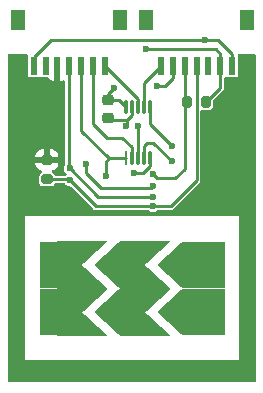
<source format=gbr>
%TF.GenerationSoftware,KiCad,Pcbnew,9.0.0*%
%TF.CreationDate,2025-02-26T19:49:16+08:00*%
%TF.ProjectId,keyboard,6b657962-6f61-4726-942e-6b696361645f,rev?*%
%TF.SameCoordinates,Original*%
%TF.FileFunction,Copper,L1,Top*%
%TF.FilePolarity,Positive*%
%FSLAX46Y46*%
G04 Gerber Fmt 4.6, Leading zero omitted, Abs format (unit mm)*
G04 Created by KiCad (PCBNEW 9.0.0) date 2025-02-26 19:49:16*
%MOMM*%
%LPD*%
G01*
G04 APERTURE LIST*
G04 Aperture macros list*
%AMRoundRect*
0 Rectangle with rounded corners*
0 $1 Rounding radius*
0 $2 $3 $4 $5 $6 $7 $8 $9 X,Y pos of 4 corners*
0 Add a 4 corners polygon primitive as box body*
4,1,4,$2,$3,$4,$5,$6,$7,$8,$9,$2,$3,0*
0 Add four circle primitives for the rounded corners*
1,1,$1+$1,$2,$3*
1,1,$1+$1,$4,$5*
1,1,$1+$1,$6,$7*
1,1,$1+$1,$8,$9*
0 Add four rect primitives between the rounded corners*
20,1,$1+$1,$2,$3,$4,$5,0*
20,1,$1+$1,$4,$5,$6,$7,0*
20,1,$1+$1,$6,$7,$8,$9,0*
20,1,$1+$1,$8,$9,$2,$3,0*%
%AMOutline4P*
0 Free polygon, 4 corners , with rotation*
0 The origin of the aperture is its center*
0 number of corners: always 4*
0 $1 to $8 corner X, Y*
0 $9 Rotation angle, in degrees counterclockwise*
0 create outline with 4 corners*
4,1,4,$1,$2,$3,$4,$5,$6,$7,$8,$1,$2,$9*%
G04 Aperture macros list end*
%TA.AperFunction,SMDPad,CuDef*%
%ADD10RoundRect,0.200000X0.200000X0.275000X-0.200000X0.275000X-0.200000X-0.275000X0.200000X-0.275000X0*%
%TD*%
%TA.AperFunction,SMDPad,CuDef*%
%ADD11RoundRect,0.200000X0.275000X-0.200000X0.275000X0.200000X-0.275000X0.200000X-0.275000X-0.200000X0*%
%TD*%
%TA.AperFunction,SMDPad,CuDef*%
%ADD12RoundRect,0.225000X-0.250000X0.225000X-0.250000X-0.225000X0.250000X-0.225000X0.250000X0.225000X0*%
%TD*%
%TA.AperFunction,SMDPad,CuDef*%
%ADD13O,0.279400X1.270000*%
%TD*%
%TA.AperFunction,SMDPad,CuDef*%
%ADD14R,0.279400X1.270000*%
%TD*%
%TA.AperFunction,SMDPad,CuDef*%
%ADD15R,0.600000X1.550000*%
%TD*%
%TA.AperFunction,SMDPad,CuDef*%
%ADD16R,1.200000X1.800000*%
%TD*%
%TA.AperFunction,SMDPad,CuDef*%
%ADD17R,3.611111X4.000000*%
%TD*%
%TA.AperFunction,SMDPad,CuDef*%
%ADD18Outline4P,0.000000X-1.000000X0.000000X-1.000000X2.166666X1.000000X-2.166666X1.000000X0.000000*%
%TD*%
%TA.AperFunction,SMDPad,CuDef*%
%ADD19Outline4P,-2.166666X-1.000000X2.166666X-1.000000X0.000000X1.000000X0.000000X1.000000X0.000000*%
%TD*%
%TA.AperFunction,SMDPad,CuDef*%
%ADD20Outline4P,-1.083333X0.000000X1.083333X-2.000000X1.083333X2.000000X-1.083333X0.000000X0.000000*%
%TD*%
%TA.AperFunction,SMDPad,CuDef*%
%ADD21R,2.166666X4.000000*%
%TD*%
%TA.AperFunction,SMDPad,CuDef*%
%ADD22R,3.611110X4.000000*%
%TD*%
%TA.AperFunction,ViaPad*%
%ADD23C,0.600000*%
%TD*%
%TA.AperFunction,Conductor*%
%ADD24C,0.254000*%
%TD*%
G04 APERTURE END LIST*
D10*
%TO.P,R1,2*%
%TO.N,/CS_PREV*%
X179835000Y-93991750D03*
%TO.P,R1,1*%
%TO.N,5V*%
X181485000Y-93991750D03*
%TD*%
D11*
%TO.P,R2,1*%
%TO.N,/OK_PREV*%
X168010000Y-100533250D03*
%TO.P,R2,2*%
%TO.N,GND*%
X168010000Y-98883250D03*
%TD*%
D12*
%TO.P,C4,1*%
%TO.N,5V*%
X173160894Y-93777750D03*
%TO.P,C4,2*%
%TO.N,GND*%
X173160894Y-95327750D03*
%TD*%
D13*
%TO.P,U3,10,VCC*%
%TO.N,5V*%
X174733332Y-94433750D03*
%TO.P,U3,9,EN#*%
%TO.N,GND*%
X175233332Y-94433750D03*
%TO.P,U3,8,S1C*%
%TO.N,/SDA_NEXT*%
X175733332Y-94433750D03*
%TO.P,U3,7,S2C*%
%TO.N,/SDA_PREV*%
X176233332Y-94433750D03*
%TO.P,U3,6,DC*%
%TO.N,/SDA*%
X176733332Y-94433750D03*
%TO.P,U3,5,GND*%
%TO.N,GND*%
X176733332Y-98751750D03*
%TO.P,U3,4,DB*%
%TO.N,/SCK*%
X176233332Y-98751750D03*
%TO.P,U3,3,S2B*%
%TO.N,/SCK_PREV*%
X175733332Y-98751750D03*
%TO.P,U3,2,S1B*%
%TO.N,/SCK_NEXT*%
X175233332Y-98751750D03*
D14*
%TO.P,U3,1,IN*%
%TO.N,/CS_NEXT*%
X174733332Y-98751750D03*
%TD*%
D15*
%TO.P,J2,1,Pin_1*%
%TO.N,/SDA_NEXT*%
X172905000Y-90925000D03*
%TO.P,J2,2,Pin_2*%
%TO.N,/SCK_NEXT*%
X171905000Y-90925000D03*
%TO.P,J2,3,Pin_3*%
%TO.N,/CS_NEXT*%
X170905000Y-90925000D03*
%TO.P,J2,4,Pin_4*%
%TO.N,/OK_NEXT*%
X169905000Y-90925000D03*
%TO.P,J2,5,Pin_5*%
%TO.N,GND*%
X168905000Y-90925000D03*
%TO.P,J2,6,Pin_6*%
%TO.N,5V*%
X167905000Y-90925000D03*
%TO.P,J2,7,Pin_7*%
%TO.N,/MCS*%
X166905000Y-90925000D03*
D16*
%TO.P,J2,MP1*%
%TO.N,N/C*%
X174205000Y-87050000D03*
%TO.P,J2,MP2*%
X165605000Y-87050000D03*
%TD*%
D15*
%TO.P,J3,1,Pin_1*%
%TO.N,/MCS*%
X183685000Y-90925000D03*
%TO.P,J3,2,Pin_2*%
%TO.N,5V*%
X182685000Y-90925000D03*
%TO.P,J3,3,Pin_3*%
%TO.N,GND*%
X181685000Y-90925000D03*
%TO.P,J3,4,Pin_4*%
%TO.N,/OK_PREV*%
X180685000Y-90925000D03*
%TO.P,J3,5,Pin_5*%
%TO.N,/CS_PREV*%
X179685000Y-90925000D03*
%TO.P,J3,6,Pin_6*%
%TO.N,/SCK_PREV*%
X178685000Y-90925000D03*
%TO.P,J3,7,Pin_7*%
%TO.N,/SDA_PREV*%
X177685000Y-90925000D03*
D16*
%TO.P,J3,MP1*%
%TO.N,N/C*%
X184985000Y-87050000D03*
%TO.P,J3,MP2*%
X176385000Y-87050000D03*
%TD*%
D17*
%TO.P,U2,1,1*%
%TO.N,/TIN0*%
X169196666Y-107800000D03*
X169196666Y-111800000D03*
D18*
X171002221Y-106800000D03*
D19*
X171002221Y-108800000D03*
D18*
X171002221Y-110800000D03*
D19*
X171002221Y-112800000D03*
D20*
%TO.P,U2,2,2*%
%TO.N,/TIN2*%
X173085555Y-107800000D03*
X173085555Y-111800000D03*
D21*
X175252221Y-107800000D03*
X175252221Y-111800000D03*
D18*
X176335554Y-106800000D03*
D19*
X176335554Y-108800000D03*
D18*
X176335554Y-110800000D03*
D19*
X176335554Y-112800000D03*
D20*
%TO.P,U2,3,3*%
%TO.N,/TIN1*%
X178418888Y-107800000D03*
X178418888Y-111800000D03*
D22*
X181307776Y-107800000D03*
X181307776Y-111800000D03*
%TD*%
D23*
%TO.N,/CS_PREV*%
X179685000Y-90925000D03*
%TO.N,/MCS*%
X181400000Y-88700000D03*
%TO.N,GND*%
X165400000Y-105000000D03*
X165400000Y-107000000D03*
X165400000Y-109000000D03*
X165400000Y-111000000D03*
X165400000Y-113000000D03*
X165400000Y-115000000D03*
X165500000Y-116800000D03*
X167000000Y-116800000D03*
X169000000Y-116800000D03*
X171000000Y-116800000D03*
X173000000Y-116800000D03*
X175000000Y-116800000D03*
X177000000Y-116800000D03*
X179000000Y-116800000D03*
X181000000Y-116800000D03*
X183000000Y-116800000D03*
X185000000Y-105000000D03*
X185000000Y-107000000D03*
X185000000Y-109000000D03*
X185000000Y-111000000D03*
X185000000Y-113000000D03*
X185000000Y-115000000D03*
X185000000Y-116800000D03*
X183400000Y-94000000D03*
X181685000Y-90925000D03*
X170400000Y-102400000D03*
X175400000Y-100000000D03*
%TO.N,/CS_PREV*%
X177000000Y-100100000D03*
%TO.N,GND*%
X168900000Y-93300000D03*
X174700000Y-96000000D03*
%TO.N,5V*%
X176400000Y-89500000D03*
X173700000Y-92800000D03*
X167905000Y-90925000D03*
%TO.N,/RESET*%
X171300000Y-99200000D03*
%TO.N,/OK_NEXT*%
X169952330Y-99600000D03*
%TO.N,/OK_PREV*%
X169952330Y-100600000D03*
X177000000Y-102794000D03*
%TO.N,/OK_NEXT*%
X177000000Y-101993997D03*
%TO.N,/RESET*%
X177000000Y-101100000D03*
%TO.N,/CS_NEXT*%
X172974000Y-100254000D03*
%TO.N,/TIN2*%
X175252221Y-107800000D03*
%TO.N,/TIN1*%
X181307776Y-107800000D03*
%TO.N,/SCK_PREV*%
X177300000Y-92600000D03*
X175733332Y-96000000D03*
%TO.N,/SCK*%
X178562000Y-98984000D03*
%TO.N,/SDA*%
X178562000Y-97714000D03*
%TO.N,/TIN0*%
X171002221Y-106800000D03*
%TD*%
D24*
%TO.N,/MCS*%
X181400000Y-88700000D02*
X168399000Y-88700000D01*
%TO.N,/OK_NEXT*%
X169905000Y-99552670D02*
X169952330Y-99600000D01*
X169905000Y-90925000D02*
X169905000Y-99552670D01*
%TO.N,/RESET*%
X171300000Y-100000000D02*
X172600000Y-101300000D01*
X171300000Y-99200000D02*
X171300000Y-100000000D01*
X172600000Y-101300000D02*
X176800000Y-101300000D01*
X176800000Y-101300000D02*
X177000000Y-101100000D01*
%TO.N,GND*%
X176141810Y-100000000D02*
X175400000Y-100000000D01*
X176733332Y-99408478D02*
X176141810Y-100000000D01*
X176733332Y-98751750D02*
X176733332Y-99408478D01*
%TO.N,/CS_PREV*%
X178850000Y-100450000D02*
X179685000Y-99615000D01*
X179685000Y-99615000D02*
X179685000Y-90925000D01*
X177000000Y-100100000D02*
X177350000Y-100450000D01*
X177350000Y-100450000D02*
X178850000Y-100450000D01*
%TO.N,/OK_NEXT*%
X177000000Y-101993997D02*
X175800000Y-101993997D01*
X175793997Y-102000000D02*
X172352330Y-102000000D01*
X175800000Y-101993997D02*
X175793997Y-102000000D01*
X172352330Y-102000000D02*
X169952330Y-99600000D01*
%TO.N,/OK_PREV*%
X178506000Y-102794000D02*
X180685000Y-100615000D01*
X172146330Y-102794000D02*
X169952330Y-100600000D01*
X177000000Y-102794000D02*
X178506000Y-102794000D01*
X180685000Y-100615000D02*
X180685000Y-90925000D01*
X177000000Y-102794000D02*
X172146330Y-102794000D01*
%TO.N,GND*%
X174823810Y-95876190D02*
X174823810Y-95500000D01*
X174700000Y-96000000D02*
X174823810Y-95876190D01*
%TO.N,5V*%
X182685000Y-89896000D02*
X182685000Y-90925000D01*
X182289000Y-89500000D02*
X182685000Y-89896000D01*
X176400000Y-89500000D02*
X182289000Y-89500000D01*
%TO.N,/MCS*%
X183685000Y-89896000D02*
X182489000Y-88700000D01*
X182489000Y-88700000D02*
X181400000Y-88700000D01*
X183685000Y-90925000D02*
X183685000Y-89896000D01*
X168399000Y-88700000D02*
X166905000Y-90194000D01*
X166905000Y-90194000D02*
X166905000Y-90925000D01*
%TO.N,5V*%
X173160894Y-93339106D02*
X173700000Y-92800000D01*
X173160894Y-93777750D02*
X173160894Y-93339106D01*
X182685000Y-92791750D02*
X181485000Y-93991750D01*
X182685000Y-90925000D02*
X182685000Y-92791750D01*
%TO.N,/OK_PREV*%
X169885580Y-100533250D02*
X169952330Y-100600000D01*
X168010000Y-100533250D02*
X169885580Y-100533250D01*
%TO.N,/SCK_PREV*%
X175733332Y-96000000D02*
X175733332Y-96766668D01*
X175733332Y-98751750D02*
X175733332Y-96000000D01*
X175733332Y-96766668D02*
X175700000Y-96800000D01*
%TO.N,GND*%
X173333144Y-95500000D02*
X173160894Y-95327750D01*
X175233332Y-94433750D02*
X175233332Y-95090478D01*
X175233332Y-95090478D02*
X174823810Y-95500000D01*
X174823810Y-95500000D02*
X173333144Y-95500000D01*
%TO.N,5V*%
X174077332Y-93777750D02*
X174733332Y-94433750D01*
X173160894Y-93777750D02*
X174077332Y-93777750D01*
%TO.N,/SCK_PREV*%
X178685000Y-91954000D02*
X178685000Y-90925000D01*
X178039000Y-92600000D02*
X178685000Y-91954000D01*
X177300000Y-92600000D02*
X178039000Y-92600000D01*
%TO.N,/CS_NEXT*%
X172974000Y-100254000D02*
X172974000Y-99029500D01*
X172974000Y-99029500D02*
X173251750Y-98751750D01*
%TO.N,/SCK_NEXT*%
X171905000Y-95805000D02*
X171905000Y-90925000D01*
X173100000Y-97000000D02*
X171905000Y-95805000D01*
X174400000Y-97000000D02*
X173100000Y-97000000D01*
X175233332Y-97833332D02*
X174400000Y-97000000D01*
X175233332Y-98751750D02*
X175233332Y-97833332D01*
%TO.N,/CS_NEXT*%
X173251750Y-98751750D02*
X174733332Y-98751750D01*
X170905000Y-96405000D02*
X173251750Y-98751750D01*
X170905000Y-90925000D02*
X170905000Y-96405000D01*
%TO.N,/SCK*%
X177028000Y-97450000D02*
X178562000Y-98984000D01*
X176233332Y-97666668D02*
X176450000Y-97450000D01*
X176450000Y-97450000D02*
X177028000Y-97450000D01*
X176233332Y-98751750D02*
X176233332Y-97666668D01*
%TO.N,/SDA*%
X176733332Y-95885332D02*
X176733332Y-94433750D01*
X178562000Y-97714000D02*
X176733332Y-95885332D01*
%TO.N,/SDA_NEXT*%
X175733332Y-93753332D02*
X175733332Y-94433750D01*
X172905000Y-90925000D02*
X175733332Y-93753332D01*
%TO.N,/SDA_PREV*%
X177685000Y-90925000D02*
X176233332Y-92376668D01*
X176233332Y-92376668D02*
X176233332Y-94433750D01*
%TD*%
%TA.AperFunction,Conductor*%
%TO.N,GND*%
G36*
X185699500Y-117576000D02*
G01*
X185679815Y-117643039D01*
X185627011Y-117688794D01*
X185575500Y-117700000D01*
X164824500Y-117700000D01*
X164757461Y-117680315D01*
X164711706Y-117627511D01*
X164700500Y-117576000D01*
X164700500Y-115800000D01*
X185699500Y-115800000D01*
X185699500Y-117576000D01*
G37*
%TD.AperFunction*%
%TD*%
%TA.AperFunction,Conductor*%
%TO.N,GND*%
G36*
X185699500Y-115800000D02*
G01*
X184300000Y-115800000D01*
X184300000Y-103600000D01*
X185699500Y-103600000D01*
X185699500Y-115800000D01*
G37*
%TD.AperFunction*%
%TD*%
%TA.AperFunction,Conductor*%
%TO.N,GND*%
G36*
X166200000Y-115800000D02*
G01*
X164700500Y-115800000D01*
X164700500Y-103600000D01*
X166200000Y-103600000D01*
X166200000Y-115800000D01*
G37*
%TD.AperFunction*%
%TD*%
%TA.AperFunction,Conductor*%
%TO.N,GND*%
G36*
X166368742Y-89919685D02*
G01*
X166414497Y-89972489D01*
X166424441Y-90041647D01*
X166416262Y-90071457D01*
X166416131Y-90071771D01*
X166404500Y-90130247D01*
X166404500Y-91719752D01*
X166416131Y-91778229D01*
X166416132Y-91778230D01*
X166460447Y-91844552D01*
X166526769Y-91888867D01*
X166526770Y-91888868D01*
X166585247Y-91900499D01*
X166585250Y-91900500D01*
X166585252Y-91900500D01*
X167224750Y-91900500D01*
X167224751Y-91900499D01*
X167239568Y-91897552D01*
X167283229Y-91888868D01*
X167283231Y-91888867D01*
X167336108Y-91853535D01*
X167402785Y-91832656D01*
X167470165Y-91851140D01*
X167473892Y-91853535D01*
X167526768Y-91888867D01*
X167526770Y-91888868D01*
X167585247Y-91900499D01*
X167585250Y-91900500D01*
X168068444Y-91900500D01*
X168135483Y-91920185D01*
X168167710Y-91950189D01*
X168247809Y-92057187D01*
X168247812Y-92057190D01*
X168362906Y-92143350D01*
X168362913Y-92143354D01*
X168497620Y-92193596D01*
X168497627Y-92193598D01*
X168557155Y-92199999D01*
X168557172Y-92200000D01*
X168655000Y-92200000D01*
X168655000Y-91124000D01*
X168674685Y-91056961D01*
X168727489Y-91011206D01*
X168779000Y-91000000D01*
X169031000Y-91000000D01*
X169098039Y-91019685D01*
X169143794Y-91072489D01*
X169155000Y-91124000D01*
X169155000Y-92200000D01*
X169252828Y-92200000D01*
X169252844Y-92199999D01*
X169312372Y-92193598D01*
X169312376Y-92193597D01*
X169410166Y-92157124D01*
X169479858Y-92152140D01*
X169541181Y-92185625D01*
X169574666Y-92246948D01*
X169577500Y-92273306D01*
X169577500Y-99217140D01*
X169557815Y-99284179D01*
X169551876Y-99292626D01*
X169551832Y-99292682D01*
X169485938Y-99406812D01*
X169451830Y-99534108D01*
X169451830Y-99665891D01*
X169485938Y-99793187D01*
X169488904Y-99798324D01*
X169551830Y-99907314D01*
X169551832Y-99907316D01*
X169638585Y-99994069D01*
X169672070Y-100055392D01*
X169667086Y-100125084D01*
X169625214Y-100181017D01*
X169559750Y-100205434D01*
X169550904Y-100205750D01*
X168745514Y-100205750D01*
X168678475Y-100186065D01*
X168635029Y-100138045D01*
X168613050Y-100094908D01*
X168613046Y-100094904D01*
X168613045Y-100094902D01*
X168523347Y-100005204D01*
X168523343Y-100005201D01*
X168523342Y-100005200D01*
X168514118Y-100000500D01*
X168474386Y-99980255D01*
X168423590Y-99932280D01*
X168406796Y-99864459D01*
X168429334Y-99798324D01*
X168484050Y-99754873D01*
X168493792Y-99751385D01*
X168574399Y-99726267D01*
X168719877Y-99638322D01*
X168840072Y-99518127D01*
X168928019Y-99372645D01*
X168978590Y-99210356D01*
X168985000Y-99139822D01*
X168985000Y-99133250D01*
X167035001Y-99133250D01*
X167035001Y-99139832D01*
X167041408Y-99210352D01*
X167041409Y-99210357D01*
X167091981Y-99372646D01*
X167179927Y-99518127D01*
X167300122Y-99638322D01*
X167445600Y-99726267D01*
X167526208Y-99751385D01*
X167584356Y-99790123D01*
X167612330Y-99854148D01*
X167601249Y-99923133D01*
X167554630Y-99975176D01*
X167545614Y-99980255D01*
X167496659Y-100005199D01*
X167496652Y-100005204D01*
X167406954Y-100094902D01*
X167406951Y-100094907D01*
X167406950Y-100094908D01*
X167390899Y-100126410D01*
X167349352Y-100207948D01*
X167334500Y-100301725D01*
X167334500Y-100764767D01*
X167342629Y-100816090D01*
X167349354Y-100858554D01*
X167406950Y-100971592D01*
X167406952Y-100971594D01*
X167406954Y-100971597D01*
X167496652Y-101061295D01*
X167496654Y-101061296D01*
X167496658Y-101061300D01*
X167609694Y-101118895D01*
X167609698Y-101118897D01*
X167703475Y-101133749D01*
X167703481Y-101133750D01*
X168316518Y-101133749D01*
X168410304Y-101118896D01*
X168523342Y-101061300D01*
X168613050Y-100971592D01*
X168635030Y-100928453D01*
X168683004Y-100877659D01*
X168745514Y-100860750D01*
X169454950Y-100860750D01*
X169521989Y-100880435D01*
X169545545Y-100902104D01*
X169546083Y-100901567D01*
X169551830Y-100907314D01*
X169645016Y-101000500D01*
X169759144Y-101066392D01*
X169886438Y-101100500D01*
X169938313Y-101100500D01*
X170005352Y-101120185D01*
X170025994Y-101136819D01*
X171884265Y-102995090D01*
X171945240Y-103056065D01*
X172019920Y-103099181D01*
X172103214Y-103121500D01*
X176568324Y-103121500D01*
X176635363Y-103141185D01*
X176656005Y-103157819D01*
X176692686Y-103194500D01*
X176806814Y-103260392D01*
X176934108Y-103294500D01*
X176934110Y-103294500D01*
X177065890Y-103294500D01*
X177065892Y-103294500D01*
X177193186Y-103260392D01*
X177307314Y-103194500D01*
X177343995Y-103157819D01*
X177405318Y-103124334D01*
X177431676Y-103121500D01*
X178549114Y-103121500D01*
X178549116Y-103121500D01*
X178632410Y-103099181D01*
X178707090Y-103056065D01*
X180947065Y-100816090D01*
X180990181Y-100741410D01*
X181012500Y-100658116D01*
X181012500Y-100571884D01*
X181012500Y-94774268D01*
X181032185Y-94707229D01*
X181084989Y-94661474D01*
X181154147Y-94651530D01*
X181155898Y-94651795D01*
X181245260Y-94665948D01*
X181253367Y-94667232D01*
X181253475Y-94667249D01*
X181253481Y-94667250D01*
X181716518Y-94667249D01*
X181810304Y-94652396D01*
X181923342Y-94594800D01*
X182013050Y-94505092D01*
X182070646Y-94392054D01*
X182070646Y-94392052D01*
X182070647Y-94392051D01*
X182085499Y-94298274D01*
X182085500Y-94298269D01*
X182085499Y-93905765D01*
X182105183Y-93838727D01*
X182121813Y-93818090D01*
X182947065Y-92992840D01*
X182990181Y-92918160D01*
X183012500Y-92834866D01*
X183012500Y-92748634D01*
X183012500Y-91989043D01*
X183014736Y-91981425D01*
X183013467Y-91973590D01*
X183024440Y-91948380D01*
X183032185Y-91922004D01*
X183038893Y-91915174D01*
X183041352Y-91909526D01*
X183067606Y-91885943D01*
X183116110Y-91853533D01*
X183182786Y-91832656D01*
X183250166Y-91851140D01*
X183253892Y-91853535D01*
X183306768Y-91888867D01*
X183306770Y-91888868D01*
X183365247Y-91900499D01*
X183365250Y-91900500D01*
X183365252Y-91900500D01*
X184004750Y-91900500D01*
X184004751Y-91900499D01*
X184019568Y-91897552D01*
X184063229Y-91888868D01*
X184063229Y-91888867D01*
X184063231Y-91888867D01*
X184129552Y-91844552D01*
X184173867Y-91778231D01*
X184173867Y-91778229D01*
X184173868Y-91778229D01*
X184185499Y-91719752D01*
X184185500Y-91719750D01*
X184185500Y-90130249D01*
X184185499Y-90130247D01*
X184173868Y-90071771D01*
X184173738Y-90071457D01*
X184173658Y-90070715D01*
X184171485Y-90059790D01*
X184172462Y-90059595D01*
X184166266Y-90001988D01*
X184197539Y-89939508D01*
X184257626Y-89903853D01*
X184288297Y-89900000D01*
X185575500Y-89900000D01*
X185642539Y-89919685D01*
X185688294Y-89972489D01*
X185699500Y-90024000D01*
X185699500Y-103600000D01*
X164700500Y-103600000D01*
X164700500Y-98626677D01*
X167035000Y-98626677D01*
X167035000Y-98633250D01*
X167760000Y-98633250D01*
X168260000Y-98633250D01*
X168984999Y-98633250D01*
X168984999Y-98626667D01*
X168978591Y-98556147D01*
X168978590Y-98556142D01*
X168928018Y-98393853D01*
X168840072Y-98248372D01*
X168719877Y-98128177D01*
X168574395Y-98040230D01*
X168574396Y-98040230D01*
X168412105Y-97989659D01*
X168412106Y-97989659D01*
X168341572Y-97983250D01*
X168260000Y-97983250D01*
X168260000Y-98633250D01*
X167760000Y-98633250D01*
X167760000Y-97983250D01*
X167759999Y-97983249D01*
X167678417Y-97983250D01*
X167607897Y-97989658D01*
X167607892Y-97989659D01*
X167445603Y-98040231D01*
X167300122Y-98128177D01*
X167179927Y-98248372D01*
X167091980Y-98393854D01*
X167041409Y-98556143D01*
X167035000Y-98626677D01*
X164700500Y-98626677D01*
X164700500Y-90024000D01*
X164720185Y-89956961D01*
X164772989Y-89911206D01*
X164824500Y-89900000D01*
X166301703Y-89900000D01*
X166368742Y-89919685D01*
G37*
%TD.AperFunction*%
%TD*%
M02*

</source>
